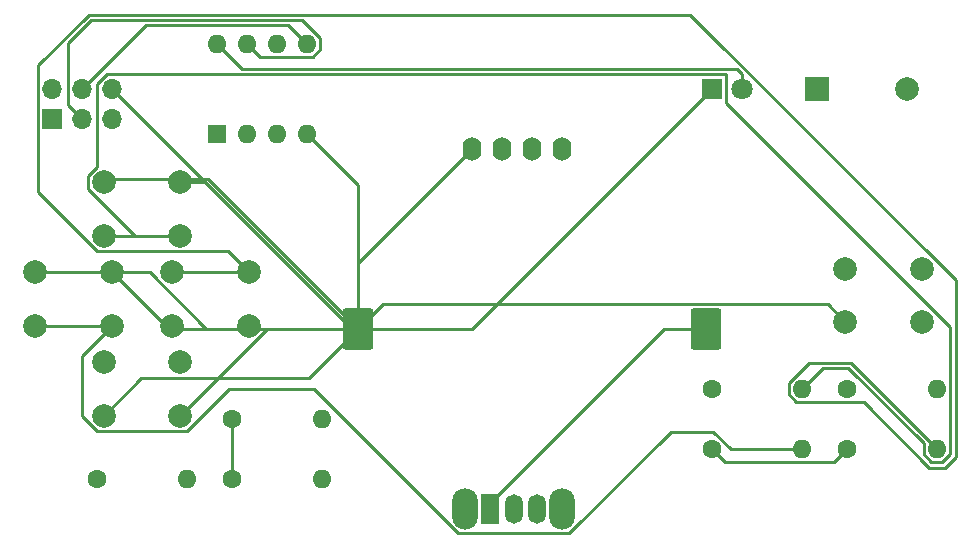
<source format=gbr>
%TF.GenerationSoftware,KiCad,Pcbnew,8.0.3*%
%TF.CreationDate,2024-06-30T11:32:45+09:00*%
%TF.ProjectId,gamepad_attiny85,67616d65-7061-4645-9f61-7474696e7938,rev?*%
%TF.SameCoordinates,Original*%
%TF.FileFunction,Copper,L2,Bot*%
%TF.FilePolarity,Positive*%
%FSLAX46Y46*%
G04 Gerber Fmt 4.6, Leading zero omitted, Abs format (unit mm)*
G04 Created by KiCad (PCBNEW 8.0.3) date 2024-06-30 11:32:45*
%MOMM*%
%LPD*%
G01*
G04 APERTURE LIST*
G04 Aperture macros list*
%AMRoundRect*
0 Rectangle with rounded corners*
0 $1 Rounding radius*
0 $2 $3 $4 $5 $6 $7 $8 $9 X,Y pos of 4 corners*
0 Add a 4 corners polygon primitive as box body*
4,1,4,$2,$3,$4,$5,$6,$7,$8,$9,$2,$3,0*
0 Add four circle primitives for the rounded corners*
1,1,$1+$1,$2,$3*
1,1,$1+$1,$4,$5*
1,1,$1+$1,$6,$7*
1,1,$1+$1,$8,$9*
0 Add four rect primitives between the rounded corners*
20,1,$1+$1,$2,$3,$4,$5,0*
20,1,$1+$1,$4,$5,$6,$7,0*
20,1,$1+$1,$6,$7,$8,$9,0*
20,1,$1+$1,$8,$9,$2,$3,0*%
G04 Aperture macros list end*
%TA.AperFunction,ComponentPad*%
%ADD10C,1.600000*%
%TD*%
%TA.AperFunction,ComponentPad*%
%ADD11O,1.600000X1.600000*%
%TD*%
%TA.AperFunction,SMDPad,CuDef*%
%ADD12RoundRect,0.200000X1.100000X1.550000X-1.100000X1.550000X-1.100000X-1.550000X1.100000X-1.550000X0*%
%TD*%
%TA.AperFunction,ComponentPad*%
%ADD13C,2.000000*%
%TD*%
%TA.AperFunction,ComponentPad*%
%ADD14R,1.800000X1.800000*%
%TD*%
%TA.AperFunction,ComponentPad*%
%ADD15C,1.800000*%
%TD*%
%TA.AperFunction,ComponentPad*%
%ADD16R,1.600000X1.600000*%
%TD*%
%TA.AperFunction,ComponentPad*%
%ADD17R,2.000000X2.000000*%
%TD*%
%TA.AperFunction,ComponentPad*%
%ADD18R,1.700000X1.700000*%
%TD*%
%TA.AperFunction,ComponentPad*%
%ADD19O,1.700000X1.700000*%
%TD*%
%TA.AperFunction,ComponentPad*%
%ADD20O,1.500000X2.500000*%
%TD*%
%TA.AperFunction,ComponentPad*%
%ADD21R,1.500000X2.500000*%
%TD*%
%TA.AperFunction,ComponentPad*%
%ADD22O,2.200000X3.500000*%
%TD*%
%TA.AperFunction,ComponentPad*%
%ADD23O,1.600000X2.000000*%
%TD*%
%TA.AperFunction,Conductor*%
%ADD24C,0.250000*%
%TD*%
G04 APERTURE END LIST*
D10*
%TO.P,R7,1*%
%TO.N,+3.3V*%
X31750000Y-58420000D03*
D11*
%TO.P,R7,2*%
%TO.N,Net-(Attiny85-PB1)*%
X39370000Y-58420000D03*
%TD*%
D10*
%TO.P,R6,1*%
%TO.N,Net-(Attiny85-~{RESET}{slash}PB5)*%
X95250000Y-55880000D03*
D11*
%TO.P,R6,2*%
%TO.N,Net-(R6-Pad2)*%
X102870000Y-55880000D03*
%TD*%
D10*
%TO.P,R5,1*%
%TO.N,+3.3V*%
X43180000Y-58420000D03*
D11*
%TO.P,R5,2*%
%TO.N,Net-(Attiny85-~{RESET}{slash}PB5)*%
X50800000Y-58420000D03*
%TD*%
D10*
%TO.P,R4,1*%
%TO.N,Net-(Attiny85-~{RESET}{slash}PB5)*%
X83820000Y-55880000D03*
D11*
%TO.P,R4,2*%
%TO.N,Net-(R4-Pad2)*%
X91440000Y-55880000D03*
%TD*%
D10*
%TO.P,R3,1*%
%TO.N,+3.3V*%
X43180000Y-53340000D03*
D11*
%TO.P,R3,2*%
%TO.N,Net-(Attiny85-XTAL1{slash}PB3)*%
X50800000Y-53340000D03*
%TD*%
D10*
%TO.P,R2,1*%
%TO.N,Net-(Attiny85-XTAL1{slash}PB3)*%
X95250000Y-50800000D03*
D11*
%TO.P,R2,2*%
%TO.N,Net-(R2-Pad2)*%
X102870000Y-50800000D03*
%TD*%
D12*
%TO.P,BT1,1,+*%
%TO.N,Net-(BT1-+)*%
X83280000Y-45720000D03*
%TO.P,BT1,2,-*%
%TO.N,GND*%
X53880000Y-45720000D03*
%TD*%
D13*
%TO.P,SW3,1,1*%
%TO.N,GND*%
X26520000Y-40930000D03*
X33020000Y-40930000D03*
%TO.P,SW3,2,2*%
%TO.N,Net-(R4-Pad2)*%
X26520000Y-45430000D03*
X33020000Y-45430000D03*
%TD*%
%TO.P,SW1,1,1*%
%TO.N,GND*%
X32310000Y-33310000D03*
X38810000Y-33310000D03*
%TO.P,SW1,2,2*%
%TO.N,Net-(33K1-Pad2)*%
X32310000Y-37810000D03*
X38810000Y-37810000D03*
%TD*%
%TO.P,SW2,1,1*%
%TO.N,Net-(R2-Pad2)*%
X32310000Y-48550000D03*
X38810000Y-48550000D03*
%TO.P,SW2,2,2*%
%TO.N,GND*%
X32310000Y-53050000D03*
X38810000Y-53050000D03*
%TD*%
D14*
%TO.P,D1,1,K*%
%TO.N,GND*%
X83820000Y-25400000D03*
D15*
%TO.P,D1,2,A*%
%TO.N,+3.3V*%
X86360000Y-25400000D03*
%TD*%
D16*
%TO.P,Attiny85,1,~{RESET}/PB5*%
%TO.N,Net-(Attiny85-~{RESET}{slash}PB5)*%
X41920000Y-29200000D03*
D11*
%TO.P,Attiny85,2,XTAL1/PB3*%
%TO.N,Net-(Attiny85-XTAL1{slash}PB3)*%
X44460000Y-29200000D03*
%TO.P,Attiny85,3,XTAL2/PB4*%
%TO.N,Net-(Attiny85-XTAL2{slash}PB4)*%
X47000000Y-29200000D03*
%TO.P,Attiny85,4,GND*%
%TO.N,GND*%
X49540000Y-29200000D03*
%TO.P,Attiny85,5,AREF/PB0*%
%TO.N,Net-(Attiny85-AREF{slash}PB0)*%
X49540000Y-21580000D03*
%TO.P,Attiny85,6,PB1*%
%TO.N,Net-(Attiny85-PB1)*%
X47000000Y-21580000D03*
%TO.P,Attiny85,7,PB2*%
%TO.N,Net-(Attiny85-PB2)*%
X44460000Y-21580000D03*
%TO.P,Attiny85,8,VCC*%
%TO.N,+3.3V*%
X41920000Y-21580000D03*
%TD*%
D17*
%TO.P,BZ1,1,-*%
%TO.N,Net-(Attiny85-XTAL2{slash}PB4)*%
X92720000Y-25400000D03*
D13*
%TO.P,BZ1,2,+*%
%TO.N,GND*%
X100320000Y-25400000D03*
%TD*%
%TO.P,SW5,1,1*%
%TO.N,Net-(R6-Pad2)*%
X38100000Y-40930000D03*
X44600000Y-40930000D03*
%TO.P,SW5,2,2*%
%TO.N,GND*%
X38100000Y-45430000D03*
X44600000Y-45430000D03*
%TD*%
D18*
%TO.P,J2,1,Pin_1*%
%TO.N,Net-(Attiny85-PB1)*%
X27940000Y-27940000D03*
D19*
%TO.P,J2,2,Pin_2*%
%TO.N,+3.3V*%
X27940000Y-25400000D03*
%TO.P,J2,3,Pin_3*%
%TO.N,Net-(Attiny85-PB2)*%
X30480000Y-27940000D03*
%TO.P,J2,4,Pin_4*%
%TO.N,Net-(Attiny85-AREF{slash}PB0)*%
X30480000Y-25400000D03*
%TO.P,J2,5,Pin_5*%
%TO.N,Net-(Attiny85-~{RESET}{slash}PB5)*%
X33020000Y-27940000D03*
%TO.P,J2,6,Pin_6*%
%TO.N,GND*%
X33020000Y-25400000D03*
%TD*%
D20*
%TO.P,POWER1,3*%
%TO.N,N/C*%
X69020000Y-60960000D03*
%TO.P,POWER1,2,B*%
%TO.N,+3.3V*%
X67020000Y-60960000D03*
D21*
%TO.P,POWER1,1,A*%
%TO.N,Net-(BT1-+)*%
X65020000Y-60960000D03*
D22*
%TO.P,POWER1,*%
%TO.N,*%
X71120000Y-60960000D03*
X62920000Y-60960000D03*
%TD*%
D13*
%TO.P,SW7,1,1*%
%TO.N,Net-(Attiny85-PB1)*%
X95100000Y-40640000D03*
X101600000Y-40640000D03*
%TO.P,SW7,2,2*%
%TO.N,GND*%
X95100000Y-45140000D03*
X101600000Y-45140000D03*
%TD*%
D23*
%TO.P,SSD1306,1,GND*%
%TO.N,GND*%
X63500000Y-30480000D03*
%TO.P,SSD1306,2,VCC*%
%TO.N,+3.3V*%
X66040000Y-30480000D03*
%TO.P,SSD1306,3,SCL*%
%TO.N,Net-(Attiny85-PB2)*%
X68580000Y-30480000D03*
%TO.P,SSD1306,4,SDA*%
%TO.N,Net-(Attiny85-AREF{slash}PB0)*%
X71120000Y-30480000D03*
%TD*%
D10*
%TO.P,33K1,1*%
%TO.N,Net-(Attiny85-XTAL1{slash}PB3)*%
X83820000Y-50800000D03*
D11*
%TO.P,33K1,2*%
%TO.N,Net-(33K1-Pad2)*%
X91440000Y-50800000D03*
%TD*%
D24*
%TO.N,Net-(R6-Pad2)*%
X90315000Y-51265991D02*
X90315000Y-50334009D01*
X90974009Y-51925000D02*
X90315000Y-51265991D01*
X92068018Y-48580991D02*
X95570991Y-48580991D01*
X96687613Y-51925000D02*
X90974009Y-51925000D01*
X103522387Y-57455000D02*
X102217613Y-57455000D01*
X90315000Y-50334009D02*
X92068018Y-48580991D01*
X104445000Y-56532387D02*
X103522387Y-57455000D01*
X104445000Y-41575812D02*
X104445000Y-56532387D01*
X81974188Y-19105000D02*
X104445000Y-41575812D01*
X102217613Y-57455000D02*
X96687613Y-51925000D01*
X31058604Y-19105000D02*
X81974188Y-19105000D01*
X95570991Y-48580991D02*
X102870000Y-55880000D01*
X26765000Y-23398604D02*
X31058604Y-19105000D01*
X26765000Y-34138833D02*
X26765000Y-23398604D01*
X31761167Y-39135000D02*
X26765000Y-34138833D01*
X42805000Y-39135000D02*
X31761167Y-39135000D01*
X44600000Y-40930000D02*
X42805000Y-39135000D01*
X38100000Y-40930000D02*
X44600000Y-40930000D01*
%TO.N,Net-(Attiny85-PB2)*%
X45585000Y-22705000D02*
X44460000Y-21580000D01*
X50005991Y-22705000D02*
X45585000Y-22705000D01*
X50665000Y-22045991D02*
X50005991Y-22705000D01*
X49105991Y-19555000D02*
X50665000Y-21114009D01*
X31245000Y-19555000D02*
X49105991Y-19555000D01*
X29305000Y-21495000D02*
X31245000Y-19555000D01*
X29305000Y-26765000D02*
X29305000Y-21495000D01*
X30480000Y-27940000D02*
X29305000Y-26765000D01*
X50665000Y-21114009D02*
X50665000Y-22045991D01*
%TO.N,+3.3V*%
X86360000Y-24127208D02*
X86360000Y-25400000D01*
X85957792Y-23725000D02*
X86360000Y-24127208D01*
X44065000Y-23725000D02*
X85957792Y-23725000D01*
X41920000Y-21580000D02*
X44065000Y-23725000D01*
%TO.N,Net-(Attiny85-AREF{slash}PB0)*%
X47965000Y-20005000D02*
X35875000Y-20005000D01*
X35875000Y-20005000D02*
X30480000Y-25400000D01*
X49540000Y-21580000D02*
X47965000Y-20005000D01*
%TO.N,+3.3V*%
X43180000Y-53340000D02*
X43180000Y-58420000D01*
%TO.N,Net-(R4-Pad2)*%
X26520000Y-45430000D02*
X33020000Y-45430000D01*
X31761167Y-54375000D02*
X30480000Y-53093833D01*
X39358833Y-54375000D02*
X31761167Y-54375000D01*
X30480000Y-47970000D02*
X33020000Y-45430000D01*
X42933833Y-50800000D02*
X39358833Y-54375000D01*
X30480000Y-53093833D02*
X30480000Y-47970000D01*
X50094746Y-50800000D02*
X42933833Y-50800000D01*
X62329746Y-63035000D02*
X50094746Y-50800000D01*
X80330991Y-54414263D02*
X71710254Y-63035000D01*
X71710254Y-63035000D02*
X62329746Y-63035000D01*
X83945254Y-54414263D02*
X80330991Y-54414263D01*
X85410991Y-55880000D02*
X83945254Y-54414263D01*
X91440000Y-55880000D02*
X85410991Y-55880000D01*
%TO.N,Net-(Attiny85-~{RESET}{slash}PB5)*%
X84945000Y-57005000D02*
X83820000Y-55880000D01*
X94125000Y-57005000D02*
X84945000Y-57005000D01*
X95250000Y-55880000D02*
X94125000Y-57005000D01*
%TO.N,Net-(33K1-Pad2)*%
X32310000Y-37810000D02*
X38810000Y-37810000D01*
X34936167Y-37810000D02*
X38810000Y-37810000D01*
X30985000Y-33858833D02*
X34936167Y-37810000D01*
X30985000Y-32761167D02*
X30985000Y-33858833D01*
X31761167Y-24997132D02*
X31761167Y-31985000D01*
X32583299Y-24175000D02*
X31761167Y-24997132D01*
X85045000Y-26625000D02*
X85045000Y-24175000D01*
X103995000Y-45575000D02*
X85045000Y-26625000D01*
X103995000Y-56345991D02*
X103995000Y-45575000D01*
X31761167Y-31985000D02*
X30985000Y-32761167D01*
X103335991Y-57005000D02*
X103995000Y-56345991D01*
X102404009Y-57005000D02*
X103335991Y-57005000D01*
X85045000Y-24175000D02*
X32583299Y-24175000D01*
X101745000Y-56345991D02*
X102404009Y-57005000D01*
X101745000Y-55414009D02*
X101745000Y-56345991D01*
X95361982Y-49030991D02*
X101745000Y-55414009D01*
X93209009Y-49030991D02*
X95361982Y-49030991D01*
X91440000Y-50800000D02*
X93209009Y-49030991D01*
%TO.N,GND*%
X93605000Y-43645000D02*
X95100000Y-45140000D01*
X55955000Y-43645000D02*
X93605000Y-43645000D01*
X53880000Y-45720000D02*
X55955000Y-43645000D01*
X35485000Y-49875000D02*
X32310000Y-53050000D01*
X49725000Y-49875000D02*
X35485000Y-49875000D01*
X53880000Y-45720000D02*
X49725000Y-49875000D01*
X41016167Y-45720000D02*
X36226167Y-40930000D01*
X53880000Y-45720000D02*
X41016167Y-45720000D01*
X36226167Y-40930000D02*
X26520000Y-40930000D01*
X37810000Y-45720000D02*
X33020000Y-40930000D01*
X53880000Y-45720000D02*
X37810000Y-45720000D01*
X44890000Y-45720000D02*
X44600000Y-45430000D01*
X53880000Y-45720000D02*
X44890000Y-45720000D01*
X38390000Y-45720000D02*
X38100000Y-45430000D01*
X53880000Y-45720000D02*
X38390000Y-45720000D01*
X41180000Y-33020000D02*
X32600000Y-33020000D01*
X53880000Y-45720000D02*
X41180000Y-33020000D01*
X32600000Y-33020000D02*
X32310000Y-33310000D01*
X40930000Y-33310000D02*
X38810000Y-33310000D01*
X53340000Y-45720000D02*
X40930000Y-33310000D01*
X53880000Y-45720000D02*
X53340000Y-45720000D01*
X46140000Y-45720000D02*
X38810000Y-53050000D01*
X53880000Y-45720000D02*
X46140000Y-45720000D01*
X53340000Y-45720000D02*
X33020000Y-25400000D01*
X53880000Y-45720000D02*
X53880000Y-33540000D01*
X63500000Y-45720000D02*
X83820000Y-25400000D01*
X53880000Y-45720000D02*
X63500000Y-45720000D01*
X53880000Y-40100000D02*
X63500000Y-30480000D01*
X53880000Y-45720000D02*
X53880000Y-40100000D01*
%TO.N,Net-(BT1-+)*%
X79760000Y-45720000D02*
X65020000Y-60460000D01*
X83280000Y-45720000D02*
X79760000Y-45720000D01*
X65020000Y-60460000D02*
X65020000Y-60960000D01*
%TO.N,GND*%
X53880000Y-33540000D02*
X49540000Y-29200000D01*
%TD*%
M02*

</source>
